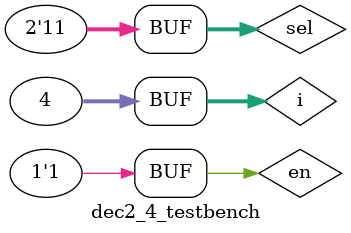
<source format=sv>
module dec2_4(out, sel, en);
	input logic en;
	input logic [1:0] sel;
	output logic [3:0] out;
	logic v0, v1;
	
	dec1_2 d1 (.out0(v0), .out1(v1), .sel(sel[1]), .en);
	dec1_2 d2 (.out0(out[0]), .out1(out[1]), .sel(sel[0]), .en(v0));
	dec1_2 d3 (.out0(out[2]), .out1(out[3]), .sel(sel[0]), .en(v1));
endmodule

module dec2_4_testbench();
	logic [1:0] sel;
	logic en;
	logic [3:0] out;
	
	dec2_4 dut (.out, .sel, .en);
	
	integer i;
	initial begin
		en=0;
		for (i=0; i<4; i++) begin
			sel = i; #10;
		end
		en=1;
		for (i=0; i<4; i++) begin
			sel = i; #10;
		end
	end
endmodule

</source>
